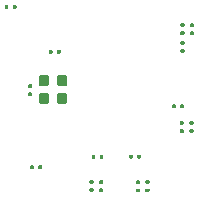
<source format=gbr>
G04 #@! TF.GenerationSoftware,KiCad,Pcbnew,(5.1.9)-1*
G04 #@! TF.CreationDate,2021-01-15T03:22:01+08:00*
G04 #@! TF.ProjectId,opl3,6f706c33-2e6b-4696-9361-645f70636258,rev?*
G04 #@! TF.SameCoordinates,Original*
G04 #@! TF.FileFunction,Paste,Bot*
G04 #@! TF.FilePolarity,Positive*
%FSLAX46Y46*%
G04 Gerber Fmt 4.6, Leading zero omitted, Abs format (unit mm)*
G04 Created by KiCad (PCBNEW (5.1.9)-1) date 2021-01-15 03:22:01*
%MOMM*%
%LPD*%
G01*
G04 APERTURE LIST*
G04 APERTURE END LIST*
G04 #@! TO.C,R22*
G36*
G01*
X166673700Y-106494000D02*
X166472700Y-106494000D01*
G75*
G02*
X166393200Y-106414500I0J79500D01*
G01*
X166393200Y-106255500D01*
G75*
G02*
X166472700Y-106176000I79500J0D01*
G01*
X166673700Y-106176000D01*
G75*
G02*
X166753200Y-106255500I0J-79500D01*
G01*
X166753200Y-106414500D01*
G75*
G02*
X166673700Y-106494000I-79500J0D01*
G01*
G37*
G36*
G01*
X166673700Y-107184000D02*
X166472700Y-107184000D01*
G75*
G02*
X166393200Y-107104500I0J79500D01*
G01*
X166393200Y-106945500D01*
G75*
G02*
X166472700Y-106866000I79500J0D01*
G01*
X166673700Y-106866000D01*
G75*
G02*
X166753200Y-106945500I0J-79500D01*
G01*
X166753200Y-107104500D01*
G75*
G02*
X166673700Y-107184000I-79500J0D01*
G01*
G37*
G04 #@! TD*
G04 #@! TO.C,R12*
G36*
G01*
X161599300Y-109094100D02*
X161599300Y-109295100D01*
G75*
G02*
X161519800Y-109374600I-79500J0D01*
G01*
X161360800Y-109374600D01*
G75*
G02*
X161281300Y-109295100I0J79500D01*
G01*
X161281300Y-109094100D01*
G75*
G02*
X161360800Y-109014600I79500J0D01*
G01*
X161519800Y-109014600D01*
G75*
G02*
X161599300Y-109094100I0J-79500D01*
G01*
G37*
G36*
G01*
X162289300Y-109094100D02*
X162289300Y-109295100D01*
G75*
G02*
X162209800Y-109374600I-79500J0D01*
G01*
X162050800Y-109374600D01*
G75*
G02*
X161971300Y-109295100I0J79500D01*
G01*
X161971300Y-109094100D01*
G75*
G02*
X162050800Y-109014600I79500J0D01*
G01*
X162209800Y-109014600D01*
G75*
G02*
X162289300Y-109094100I0J-79500D01*
G01*
G37*
G04 #@! TD*
G04 #@! TO.C,R11*
G36*
G01*
X158424300Y-109094100D02*
X158424300Y-109295100D01*
G75*
G02*
X158344800Y-109374600I-79500J0D01*
G01*
X158185800Y-109374600D01*
G75*
G02*
X158106300Y-109295100I0J79500D01*
G01*
X158106300Y-109094100D01*
G75*
G02*
X158185800Y-109014600I79500J0D01*
G01*
X158344800Y-109014600D01*
G75*
G02*
X158424300Y-109094100I0J-79500D01*
G01*
G37*
G36*
G01*
X159114300Y-109094100D02*
X159114300Y-109295100D01*
G75*
G02*
X159034800Y-109374600I-79500J0D01*
G01*
X158875800Y-109374600D01*
G75*
G02*
X158796300Y-109295100I0J79500D01*
G01*
X158796300Y-109094100D01*
G75*
G02*
X158875800Y-109014600I79500J0D01*
G01*
X159034800Y-109014600D01*
G75*
G02*
X159114300Y-109094100I0J-79500D01*
G01*
G37*
G04 #@! TD*
G04 #@! TO.C,R10*
G36*
G01*
X165616200Y-105015200D02*
X165616200Y-104814200D01*
G75*
G02*
X165695700Y-104734700I79500J0D01*
G01*
X165854700Y-104734700D01*
G75*
G02*
X165934200Y-104814200I0J-79500D01*
G01*
X165934200Y-105015200D01*
G75*
G02*
X165854700Y-105094700I-79500J0D01*
G01*
X165695700Y-105094700D01*
G75*
G02*
X165616200Y-105015200I0J79500D01*
G01*
G37*
G36*
G01*
X164926200Y-105015200D02*
X164926200Y-104814200D01*
G75*
G02*
X165005700Y-104734700I79500J0D01*
G01*
X165164700Y-104734700D01*
G75*
G02*
X165244200Y-104814200I0J-79500D01*
G01*
X165244200Y-105015200D01*
G75*
G02*
X165164700Y-105094700I-79500J0D01*
G01*
X165005700Y-105094700D01*
G75*
G02*
X164926200Y-105015200I0J79500D01*
G01*
G37*
G04 #@! TD*
G04 #@! TO.C,R9*
G36*
G01*
X165698000Y-98585600D02*
X165899000Y-98585600D01*
G75*
G02*
X165978500Y-98665100I0J-79500D01*
G01*
X165978500Y-98824100D01*
G75*
G02*
X165899000Y-98903600I-79500J0D01*
G01*
X165698000Y-98903600D01*
G75*
G02*
X165618500Y-98824100I0J79500D01*
G01*
X165618500Y-98665100D01*
G75*
G02*
X165698000Y-98585600I79500J0D01*
G01*
G37*
G36*
G01*
X165698000Y-97895600D02*
X165899000Y-97895600D01*
G75*
G02*
X165978500Y-97975100I0J-79500D01*
G01*
X165978500Y-98134100D01*
G75*
G02*
X165899000Y-98213600I-79500J0D01*
G01*
X165698000Y-98213600D01*
G75*
G02*
X165618500Y-98134100I0J79500D01*
G01*
X165618500Y-97975100D01*
G75*
G02*
X165698000Y-97895600I79500J0D01*
G01*
G37*
G04 #@! TD*
G04 #@! TO.C,R6*
G36*
G01*
X166510800Y-98585600D02*
X166711800Y-98585600D01*
G75*
G02*
X166791300Y-98665100I0J-79500D01*
G01*
X166791300Y-98824100D01*
G75*
G02*
X166711800Y-98903600I-79500J0D01*
G01*
X166510800Y-98903600D01*
G75*
G02*
X166431300Y-98824100I0J79500D01*
G01*
X166431300Y-98665100D01*
G75*
G02*
X166510800Y-98585600I79500J0D01*
G01*
G37*
G36*
G01*
X166510800Y-97895600D02*
X166711800Y-97895600D01*
G75*
G02*
X166791300Y-97975100I0J-79500D01*
G01*
X166791300Y-98134100D01*
G75*
G02*
X166711800Y-98213600I-79500J0D01*
G01*
X166510800Y-98213600D01*
G75*
G02*
X166431300Y-98134100I0J79500D01*
G01*
X166431300Y-97975100D01*
G75*
G02*
X166510800Y-97895600I79500J0D01*
G01*
G37*
G04 #@! TD*
G04 #@! TO.C,R4*
G36*
G01*
X158202800Y-111497800D02*
X158001800Y-111497800D01*
G75*
G02*
X157922300Y-111418300I0J79500D01*
G01*
X157922300Y-111259300D01*
G75*
G02*
X158001800Y-111179800I79500J0D01*
G01*
X158202800Y-111179800D01*
G75*
G02*
X158282300Y-111259300I0J-79500D01*
G01*
X158282300Y-111418300D01*
G75*
G02*
X158202800Y-111497800I-79500J0D01*
G01*
G37*
G36*
G01*
X158202800Y-112187800D02*
X158001800Y-112187800D01*
G75*
G02*
X157922300Y-112108300I0J79500D01*
G01*
X157922300Y-111949300D01*
G75*
G02*
X158001800Y-111869800I79500J0D01*
G01*
X158202800Y-111869800D01*
G75*
G02*
X158282300Y-111949300I0J-79500D01*
G01*
X158282300Y-112108300D01*
G75*
G02*
X158202800Y-112187800I-79500J0D01*
G01*
G37*
G04 #@! TD*
G04 #@! TO.C,R2*
G36*
G01*
X162127100Y-111510500D02*
X161926100Y-111510500D01*
G75*
G02*
X161846600Y-111431000I0J79500D01*
G01*
X161846600Y-111272000D01*
G75*
G02*
X161926100Y-111192500I79500J0D01*
G01*
X162127100Y-111192500D01*
G75*
G02*
X162206600Y-111272000I0J-79500D01*
G01*
X162206600Y-111431000D01*
G75*
G02*
X162127100Y-111510500I-79500J0D01*
G01*
G37*
G36*
G01*
X162127100Y-112200500D02*
X161926100Y-112200500D01*
G75*
G02*
X161846600Y-112121000I0J79500D01*
G01*
X161846600Y-111962000D01*
G75*
G02*
X161926100Y-111882500I79500J0D01*
G01*
X162127100Y-111882500D01*
G75*
G02*
X162206600Y-111962000I0J-79500D01*
G01*
X162206600Y-112121000D01*
G75*
G02*
X162127100Y-112200500I-79500J0D01*
G01*
G37*
G04 #@! TD*
G04 #@! TO.C,R1*
G36*
G01*
X153008500Y-103369800D02*
X152807500Y-103369800D01*
G75*
G02*
X152728000Y-103290300I0J79500D01*
G01*
X152728000Y-103131300D01*
G75*
G02*
X152807500Y-103051800I79500J0D01*
G01*
X153008500Y-103051800D01*
G75*
G02*
X153088000Y-103131300I0J-79500D01*
G01*
X153088000Y-103290300D01*
G75*
G02*
X153008500Y-103369800I-79500J0D01*
G01*
G37*
G36*
G01*
X153008500Y-104059800D02*
X152807500Y-104059800D01*
G75*
G02*
X152728000Y-103980300I0J79500D01*
G01*
X152728000Y-103821300D01*
G75*
G02*
X152807500Y-103741800I79500J0D01*
G01*
X153008500Y-103741800D01*
G75*
G02*
X153088000Y-103821300I0J-79500D01*
G01*
X153088000Y-103980300D01*
G75*
G02*
X153008500Y-104059800I-79500J0D01*
G01*
G37*
G04 #@! TD*
G04 #@! TO.C,C22*
G36*
G01*
X165647200Y-106866000D02*
X165848200Y-106866000D01*
G75*
G02*
X165927700Y-106945500I0J-79500D01*
G01*
X165927700Y-107104500D01*
G75*
G02*
X165848200Y-107184000I-79500J0D01*
G01*
X165647200Y-107184000D01*
G75*
G02*
X165567700Y-107104500I0J79500D01*
G01*
X165567700Y-106945500D01*
G75*
G02*
X165647200Y-106866000I79500J0D01*
G01*
G37*
G36*
G01*
X165647200Y-106176000D02*
X165848200Y-106176000D01*
G75*
G02*
X165927700Y-106255500I0J-79500D01*
G01*
X165927700Y-106414500D01*
G75*
G02*
X165848200Y-106494000I-79500J0D01*
G01*
X165647200Y-106494000D01*
G75*
G02*
X165567700Y-106414500I0J79500D01*
G01*
X165567700Y-106255500D01*
G75*
G02*
X165647200Y-106176000I79500J0D01*
G01*
G37*
G04 #@! TD*
G04 #@! TO.C,C21*
G36*
G01*
X165698000Y-100096900D02*
X165899000Y-100096900D01*
G75*
G02*
X165978500Y-100176400I0J-79500D01*
G01*
X165978500Y-100335400D01*
G75*
G02*
X165899000Y-100414900I-79500J0D01*
G01*
X165698000Y-100414900D01*
G75*
G02*
X165618500Y-100335400I0J79500D01*
G01*
X165618500Y-100176400D01*
G75*
G02*
X165698000Y-100096900I79500J0D01*
G01*
G37*
G36*
G01*
X165698000Y-99406900D02*
X165899000Y-99406900D01*
G75*
G02*
X165978500Y-99486400I0J-79500D01*
G01*
X165978500Y-99645400D01*
G75*
G02*
X165899000Y-99724900I-79500J0D01*
G01*
X165698000Y-99724900D01*
G75*
G02*
X165618500Y-99645400I0J79500D01*
G01*
X165618500Y-99486400D01*
G75*
G02*
X165698000Y-99406900I79500J0D01*
G01*
G37*
G04 #@! TD*
G04 #@! TO.C,C20*
G36*
G01*
X158814600Y-111869800D02*
X159015600Y-111869800D01*
G75*
G02*
X159095100Y-111949300I0J-79500D01*
G01*
X159095100Y-112108300D01*
G75*
G02*
X159015600Y-112187800I-79500J0D01*
G01*
X158814600Y-112187800D01*
G75*
G02*
X158735100Y-112108300I0J79500D01*
G01*
X158735100Y-111949300D01*
G75*
G02*
X158814600Y-111869800I79500J0D01*
G01*
G37*
G36*
G01*
X158814600Y-111179800D02*
X159015600Y-111179800D01*
G75*
G02*
X159095100Y-111259300I0J-79500D01*
G01*
X159095100Y-111418300D01*
G75*
G02*
X159015600Y-111497800I-79500J0D01*
G01*
X158814600Y-111497800D01*
G75*
G02*
X158735100Y-111418300I0J79500D01*
G01*
X158735100Y-111259300D01*
G75*
G02*
X158814600Y-111179800I79500J0D01*
G01*
G37*
G04 #@! TD*
G04 #@! TO.C,C19*
G36*
G01*
X162738900Y-111882500D02*
X162939900Y-111882500D01*
G75*
G02*
X163019400Y-111962000I0J-79500D01*
G01*
X163019400Y-112121000D01*
G75*
G02*
X162939900Y-112200500I-79500J0D01*
G01*
X162738900Y-112200500D01*
G75*
G02*
X162659400Y-112121000I0J79500D01*
G01*
X162659400Y-111962000D01*
G75*
G02*
X162738900Y-111882500I79500J0D01*
G01*
G37*
G36*
G01*
X162738900Y-111192500D02*
X162939900Y-111192500D01*
G75*
G02*
X163019400Y-111272000I0J-79500D01*
G01*
X163019400Y-111431000D01*
G75*
G02*
X162939900Y-111510500I-79500J0D01*
G01*
X162738900Y-111510500D01*
G75*
G02*
X162659400Y-111431000I0J79500D01*
G01*
X162659400Y-111272000D01*
G75*
G02*
X162738900Y-111192500I79500J0D01*
G01*
G37*
G04 #@! TD*
G04 #@! TO.C,C18*
G36*
G01*
X155176800Y-100405100D02*
X155176800Y-100204100D01*
G75*
G02*
X155256300Y-100124600I79500J0D01*
G01*
X155415300Y-100124600D01*
G75*
G02*
X155494800Y-100204100I0J-79500D01*
G01*
X155494800Y-100405100D01*
G75*
G02*
X155415300Y-100484600I-79500J0D01*
G01*
X155256300Y-100484600D01*
G75*
G02*
X155176800Y-100405100I0J79500D01*
G01*
G37*
G36*
G01*
X154486800Y-100405100D02*
X154486800Y-100204100D01*
G75*
G02*
X154566300Y-100124600I79500J0D01*
G01*
X154725300Y-100124600D01*
G75*
G02*
X154804800Y-100204100I0J-79500D01*
G01*
X154804800Y-100405100D01*
G75*
G02*
X154725300Y-100484600I-79500J0D01*
G01*
X154566300Y-100484600D01*
G75*
G02*
X154486800Y-100405100I0J79500D01*
G01*
G37*
G04 #@! TD*
G04 #@! TO.C,C16*
G36*
G01*
X155163400Y-104504300D02*
X155163400Y-104004300D01*
G75*
G02*
X155388400Y-103779300I225000J0D01*
G01*
X155838400Y-103779300D01*
G75*
G02*
X156063400Y-104004300I0J-225000D01*
G01*
X156063400Y-104504300D01*
G75*
G02*
X155838400Y-104729300I-225000J0D01*
G01*
X155388400Y-104729300D01*
G75*
G02*
X155163400Y-104504300I0J225000D01*
G01*
G37*
G36*
G01*
X153613400Y-104504300D02*
X153613400Y-104004300D01*
G75*
G02*
X153838400Y-103779300I225000J0D01*
G01*
X154288400Y-103779300D01*
G75*
G02*
X154513400Y-104004300I0J-225000D01*
G01*
X154513400Y-104504300D01*
G75*
G02*
X154288400Y-104729300I-225000J0D01*
G01*
X153838400Y-104729300D01*
G75*
G02*
X153613400Y-104504300I0J225000D01*
G01*
G37*
G04 #@! TD*
G04 #@! TO.C,C15*
G36*
G01*
X154513400Y-102493000D02*
X154513400Y-102993000D01*
G75*
G02*
X154288400Y-103218000I-225000J0D01*
G01*
X153838400Y-103218000D01*
G75*
G02*
X153613400Y-102993000I0J225000D01*
G01*
X153613400Y-102493000D01*
G75*
G02*
X153838400Y-102268000I225000J0D01*
G01*
X154288400Y-102268000D01*
G75*
G02*
X154513400Y-102493000I0J-225000D01*
G01*
G37*
G36*
G01*
X156063400Y-102493000D02*
X156063400Y-102993000D01*
G75*
G02*
X155838400Y-103218000I-225000J0D01*
G01*
X155388400Y-103218000D01*
G75*
G02*
X155163400Y-102993000I0J225000D01*
G01*
X155163400Y-102493000D01*
G75*
G02*
X155388400Y-102268000I225000J0D01*
G01*
X155838400Y-102268000D01*
G75*
G02*
X156063400Y-102493000I0J-225000D01*
G01*
G37*
G04 #@! TD*
G04 #@! TO.C,C14*
G36*
G01*
X151443000Y-96607800D02*
X151443000Y-96406800D01*
G75*
G02*
X151522500Y-96327300I79500J0D01*
G01*
X151681500Y-96327300D01*
G75*
G02*
X151761000Y-96406800I0J-79500D01*
G01*
X151761000Y-96607800D01*
G75*
G02*
X151681500Y-96687300I-79500J0D01*
G01*
X151522500Y-96687300D01*
G75*
G02*
X151443000Y-96607800I0J79500D01*
G01*
G37*
G36*
G01*
X150753000Y-96607800D02*
X150753000Y-96406800D01*
G75*
G02*
X150832500Y-96327300I79500J0D01*
G01*
X150991500Y-96327300D01*
G75*
G02*
X151071000Y-96406800I0J-79500D01*
G01*
X151071000Y-96607800D01*
G75*
G02*
X150991500Y-96687300I-79500J0D01*
G01*
X150832500Y-96687300D01*
G75*
G02*
X150753000Y-96607800I0J79500D01*
G01*
G37*
G04 #@! TD*
G04 #@! TO.C,C1*
G36*
G01*
X153230000Y-109983100D02*
X153230000Y-110184100D01*
G75*
G02*
X153150500Y-110263600I-79500J0D01*
G01*
X152991500Y-110263600D01*
G75*
G02*
X152912000Y-110184100I0J79500D01*
G01*
X152912000Y-109983100D01*
G75*
G02*
X152991500Y-109903600I79500J0D01*
G01*
X153150500Y-109903600D01*
G75*
G02*
X153230000Y-109983100I0J-79500D01*
G01*
G37*
G36*
G01*
X153920000Y-109983100D02*
X153920000Y-110184100D01*
G75*
G02*
X153840500Y-110263600I-79500J0D01*
G01*
X153681500Y-110263600D01*
G75*
G02*
X153602000Y-110184100I0J79500D01*
G01*
X153602000Y-109983100D01*
G75*
G02*
X153681500Y-109903600I79500J0D01*
G01*
X153840500Y-109903600D01*
G75*
G02*
X153920000Y-109983100I0J-79500D01*
G01*
G37*
G04 #@! TD*
M02*

</source>
